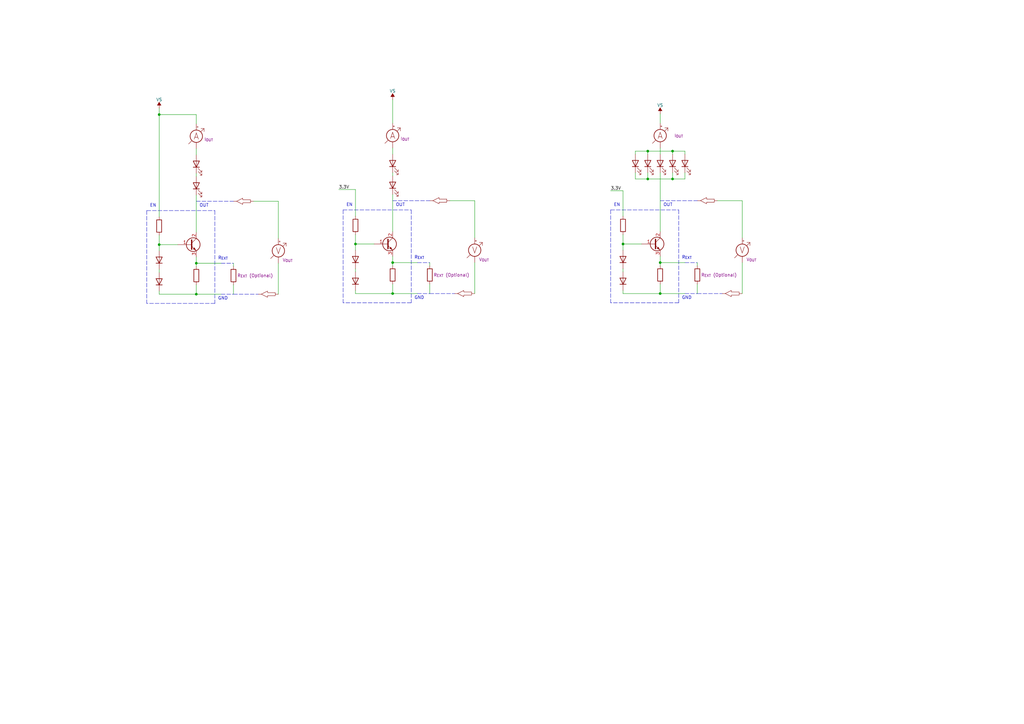
<source format=kicad_sch>
(kicad_sch (version 20211123) (generator eeschema)
  (paper "A3")
  (lib_symbols
    (symbol "Device:Ammeter_DC" (pin_numbers hide) (pin_names (offset 0.0254) hide)
      (property "Reference" "MES" (at -3.302 1.016 0))
      (property "Value" "Ammeter_DC" (at -3.302 -0.762 0))
      (symbol "Ammeter_DC_0_0"
        (polyline (pts (xy -3.175 -3.175) (xy -1.905 -1.905)))
        (polyline (pts (xy 1.905 1.905) (xy 3.175 3.175)))
        (polyline (pts (xy 1.905 3.175) (xy 3.175 3.175) (xy 3.175 1.905)))
        (text "A" (at 0 0 0) (effects (font (size 2.54 2.54))))
      )
      (symbol "Ammeter_DC_0_1"
        (polyline (pts (xy 0.254 3.81) (xy 0.762 3.81)))
        (polyline (pts (xy 0.508 4.064) (xy 0.508 3.556)))
        (circle (center 0 0) (radius 2.54) (stroke (width 0.254)))
      )
      (symbol "Ammeter_DC_1_1"
        (pin passive line (at 0 -5.08 90) (length 2.54) (name "-") (number "1"))
        (pin passive line (at 0 5.08 270) (length 2.54) (name "+") (number "2"))
      )
    )
    (symbol "Device:D" (pin_numbers hide) (pin_names (offset 1.016) hide)
      (property "Reference" "D" (at 0 2.54 0))
      (property "Value" "D" (at 0 -2.54 0))
      (symbol "D_0_1"
        (polyline (pts (xy -1.27 1.27) (xy -1.27 -1.27)) (stroke (width 0.254)))
        (polyline (pts (xy 1.27 0) (xy -1.27 0)))
        (polyline (pts (xy 1.27 1.27) (xy 1.27 -1.27) (xy -1.27 0) (xy 1.27 1.27)) (stroke (width 0.254)))
      )
      (symbol "D_1_1"
        (pin passive line (at -3.81 0 0) (length 2.54) (name "K") (number "1"))
        (pin passive line (at 3.81 0 180) (length 2.54) (name "A") (number "2"))
      )
    )
    (symbol "Device:LED" (pin_numbers hide) (pin_names (offset 1.016) hide)
      (property "Reference" "D" (at 0 2.54 0))
      (property "Value" "LED" (at 0 -2.54 0))
      (symbol "LED_0_1"
        (polyline (pts (xy -1.27 -1.27) (xy -1.27 1.27)) (stroke (width 0.254)))
        (polyline (pts (xy -1.27 0) (xy 1.27 0)))
        (polyline (pts (xy 1.27 -1.27) (xy 1.27 1.27) (xy -1.27 0) (xy 1.27 -1.27)) (stroke (width 0.254)))
        (polyline (pts (xy -3.048 -0.762) (xy -4.572 -2.286) (xy -3.81 -2.286) (xy -4.572 -2.286) (xy -4.572 -1.524)))
        (polyline (pts (xy -1.778 -0.762) (xy -3.302 -2.286) (xy -2.54 -2.286) (xy -3.302 -2.286) (xy -3.302 -1.524)))
      )
      (symbol "LED_1_1"
        (pin passive line (at -3.81 0 0) (length 2.54) (name "K") (number "1"))
        (pin passive line (at 3.81 0 180) (length 2.54) (name "A") (number "2"))
      )
    )
    (symbol "Device:Q_NPN_BCE" (pin_names (offset 0) hide)
      (property "Reference" "Q" (at 5.08 1.27 0))
      (property "Value" "Q_NPN_BCE" (at 5.08 -1.27 0))
      (symbol "Q_NPN_BCE_0_1"
        (polyline (pts (xy 0.635 0.635) (xy 2.54 2.54)))
        (polyline (pts (xy 0.635 -0.635) (xy 2.54 -2.54) (xy 2.54 -2.54)))
        (polyline (pts (xy 0.635 1.905) (xy 0.635 -1.905) (xy 0.635 -1.905)) (stroke (width 0.508)))
        (polyline (pts (xy 1.27 -1.778) (xy 1.778 -1.27) (xy 2.286 -2.286) (xy 1.27 -1.778) (xy 1.27 -1.778)) (fill (type outline)))
        (circle (center 1.27 0) (radius 2.8194) (stroke (width 0.254)))
      )
      (symbol "Q_NPN_BCE_1_1"
        (pin input line (at -5.08 0 0) (length 5.715) (name "B") (number "1"))
        (pin passive line (at 2.54 5.08 270) (length 2.54) (name "C") (number "2"))
        (pin passive line (at 2.54 -5.08 90) (length 2.54) (name "E") (number "3"))
      )
    )
    (symbol "Device:R" (pin_numbers hide) (pin_names (offset 0))
      (property "Reference" "R" (at 2.032 0 90))
      (property "Value" "R" (at 0 0 90))
      (symbol "R_0_1"
        (rectangle (start -1.016 -2.54) (end 1.016 2.54) (stroke (width 0.254)))
      )
      (symbol "R_1_1"
        (pin passive line (at 0 3.81 270) (length 1.27) (name "~") (number "1"))
        (pin passive line (at 0 -3.81 90) (length 1.27) (name "~") (number "2"))
      )
    )
    (symbol "Device:Voltmeter_DC" (pin_numbers hide) (pin_names (offset 0.0254) hide)
      (property "Reference" "MES" (at -3.302 1.016 0))
      (property "Value" "Voltmeter_DC" (at -3.302 -0.762 0))
      (symbol "Voltmeter_DC_0_0"
        (polyline (pts (xy -3.175 -3.175) (xy -1.905 -1.905)))
        (polyline (pts (xy 1.905 1.905) (xy 3.175 3.175)))
        (polyline (pts (xy 1.905 3.175) (xy 3.175 3.175) (xy 3.175 1.905)))
        (text "V" (at 0 0 0) (effects (font (size 2.54 2.54))))
      )
      (symbol "Voltmeter_DC_0_1"
        (polyline (pts (xy 0.254 3.81) (xy 0.762 3.81)))
        (polyline (pts (xy 0.508 4.064) (xy 0.508 3.556)))
        (circle (center 0 0) (radius 2.54) (stroke (width 0.254)))
      )
      (symbol "Voltmeter_DC_1_1"
        (pin passive line (at 0 -5.08 90) (length 2.54) (name "-") (number "1"))
        (pin passive line (at 0 5.08 270) (length 2.54) (name "+") (number "2"))
      )
    )
    (symbol "DisplayAdapter_DOGM128:Lead"
      (symbol "Lead_0_1"
        (polyline (pts (xy 1.27 0) (xy 3.81 1.27) (xy 3.81 0.635) (xy 6.985 0.635) (xy 6.985 -0.635) (xy 3.81 -0.635) (xy 3.81 -1.27) (xy 1.27 0)) (stroke (width 0.1524)))
      )
      (symbol "Lead_1_1"
        (pin input line (at 0 0 0) (length 1.27) (name "") (number ""))
        (pin input line (at 8.255 0 180) (length 1.27) (name "") (number ""))
      )
    )
    (symbol "Lead_1"
      (symbol "Lead_1_0_1"
        (polyline (pts (xy 1.27 0) (xy 3.81 1.27) (xy 3.81 0.635) (xy 6.985 0.635) (xy 6.985 -0.635) (xy 3.81 -0.635) (xy 3.81 -1.27) (xy 1.27 0)) (stroke (width 0.1524)))
      )
      (symbol "Lead_1_1_1"
        (pin input line (at 0 0 0) (length 1.27) (name "") (number ""))
        (pin input line (at 8.255 0 180) (length 1.27) (name "") (number ""))
      )
    )
    (symbol "power:VS" (power) (pin_names (offset 0))
      (property "Value" "VS" (at 0 3.81 0))
      (symbol "VS_0_1"
        (polyline (pts (xy 0 0) (xy 0 2.54)))
        (polyline (pts (xy 0.762 1.27) (xy -0.762 1.27) (xy 0 2.54) (xy 0.762 1.27)) (fill (type outline)))
      )
      (symbol "VS_1_1"
        (pin power_in line (at 0 0 90) (length 0) hide (name "VS") (number "1"))
      )
    )
  )
  (junction (at 65.278 46.99))
  (junction (at 161.036 107.696))
  (junction (at 265.684 73.406))
  (junction (at 275.844 61.976))
  (junction (at 145.796 100.076))
  (junction (at 255.524 100.076))
  (junction (at 275.844 73.406))
  (junction (at 80.518 107.95))
  (junction (at 270.764 120.396))
  (junction (at 161.036 120.396))
  (junction (at 80.518 120.65))
  (junction (at 270.764 107.696))
  (junction (at 265.684 61.976))
  (junction (at 65.278 100.33))
  (wire (pts (xy 260.604 63.246) (xy 260.604 61.976)))
  (wire (pts (xy 145.796 120.396) (xy 161.036 120.396)))
  (wire (pts (xy 270.764 107.696) (xy 280.924 107.696)))
  (polyline (pts (xy 60.198 86.36) (xy 60.198 124.46)))
  (wire (pts (xy 260.604 61.976) (xy 265.684 61.976)))
  (wire (pts (xy 280.924 61.976) (xy 280.924 63.246)))
  (wire (pts (xy 280.924 73.406) (xy 280.924 70.866)))
  (wire (pts (xy 104.013 82.55) (xy 114.173 82.55)))
  (wire (pts (xy 286.004 116.586) (xy 286.004 120.396)))
  (polyline (pts (xy 171.196 107.696) (xy 176.276 107.696)))
  (wire (pts (xy 65.278 110.49) (xy 65.278 111.76)))
  (polyline (pts (xy 60.198 86.36) (xy 88.138 86.36)))
  (wire (pts (xy 275.844 61.976) (xy 275.844 63.246)))
  (polyline (pts (xy 80.518 82.55) (xy 95.758 82.55)))
  (wire (pts (xy 80.518 46.99) (xy 80.518 50.8)))
  (polyline (pts (xy 286.004 120.396) (xy 296.164 120.396)))
  (wire (pts (xy 255.524 100.076) (xy 263.144 100.076)))
  (wire (pts (xy 80.518 60.96) (xy 80.518 63.5)))
  (wire (pts (xy 270.764 70.866) (xy 270.764 94.996)))
  (wire (pts (xy 270.764 105.156) (xy 270.764 107.696)))
  (wire (pts (xy 95.758 107.95) (xy 95.758 109.22)))
  (wire (pts (xy 161.036 60.706) (xy 161.036 63.246)))
  (wire (pts (xy 145.796 100.076) (xy 145.796 102.616)))
  (wire (pts (xy 145.796 77.724) (xy 145.796 88.646)))
  (wire (pts (xy 80.518 120.65) (xy 90.678 120.65)))
  (wire (pts (xy 138.938 77.724) (xy 145.796 77.724)))
  (wire (pts (xy 145.796 119.126) (xy 145.796 120.396)))
  (wire (pts (xy 294.259 82.296) (xy 304.419 82.296)))
  (wire (pts (xy 161.036 105.156) (xy 161.036 107.696)))
  (wire (pts (xy 184.531 82.296) (xy 194.691 82.296)))
  (polyline (pts (xy 161.036 82.296) (xy 176.276 82.296)))
  (polyline (pts (xy 90.678 107.95) (xy 95.758 107.95)))
  (wire (pts (xy 161.036 116.586) (xy 161.036 120.396)))
  (wire (pts (xy 260.604 73.406) (xy 265.684 73.406)))
  (wire (pts (xy 65.278 120.65) (xy 80.518 120.65)))
  (wire (pts (xy 80.518 105.41) (xy 80.518 107.95)))
  (wire (pts (xy 65.278 96.52) (xy 65.278 100.33)))
  (wire (pts (xy 145.796 110.236) (xy 145.796 111.506)))
  (wire (pts (xy 255.524 78.232) (xy 250.444 78.232)))
  (wire (pts (xy 65.278 46.99) (xy 65.278 88.9)))
  (wire (pts (xy 255.524 78.232) (xy 255.524 88.646)))
  (wire (pts (xy 95.758 116.84) (xy 95.758 120.65)))
  (wire (pts (xy 65.278 100.33) (xy 72.898 100.33)))
  (wire (pts (xy 80.518 107.95) (xy 90.678 107.95)))
  (wire (pts (xy 304.419 82.296) (xy 304.419 97.536)))
  (polyline (pts (xy 168.656 124.206) (xy 140.716 124.206)))
  (polyline (pts (xy 90.678 120.65) (xy 95.758 120.65)))
  (wire (pts (xy 161.036 107.696) (xy 161.036 108.966)))
  (wire (pts (xy 260.604 70.866) (xy 260.604 73.406)))
  (wire (pts (xy 145.796 96.266) (xy 145.796 100.076)))
  (wire (pts (xy 255.524 96.266) (xy 255.524 100.076)))
  (wire (pts (xy 194.691 82.296) (xy 194.691 97.536)))
  (wire (pts (xy 161.036 120.396) (xy 171.196 120.396)))
  (wire (pts (xy 255.524 110.236) (xy 255.524 111.506)))
  (polyline (pts (xy 140.716 86.106) (xy 168.656 86.106)))
  (wire (pts (xy 265.684 61.976) (xy 275.844 61.976)))
  (wire (pts (xy 286.004 107.696) (xy 286.004 108.966)))
  (wire (pts (xy 194.691 107.696) (xy 194.691 120.396)))
  (wire (pts (xy 275.844 73.406) (xy 280.924 73.406)))
  (polyline (pts (xy 280.924 120.396) (xy 286.004 120.396)))
  (wire (pts (xy 270.764 60.706) (xy 270.764 63.246)))
  (wire (pts (xy 161.036 40.894) (xy 161.036 50.546)))
  (wire (pts (xy 176.276 107.696) (xy 176.276 108.966)))
  (wire (pts (xy 65.278 119.38) (xy 65.278 120.65)))
  (wire (pts (xy 255.524 100.076) (xy 255.524 102.616)))
  (wire (pts (xy 176.276 116.586) (xy 176.276 120.396)))
  (polyline (pts (xy 88.138 124.46) (xy 60.198 124.46)))
  (polyline (pts (xy 250.444 86.106) (xy 250.444 124.206)))
  (wire (pts (xy 161.036 79.756) (xy 161.036 94.996)))
  (wire (pts (xy 270.764 116.586) (xy 270.764 120.396)))
  (polyline (pts (xy 95.758 120.65) (xy 105.918 120.65)))
  (polyline (pts (xy 88.138 86.36) (xy 88.138 124.46)))
  (wire (pts (xy 265.684 73.406) (xy 275.844 73.406)))
  (wire (pts (xy 161.036 107.696) (xy 171.196 107.696)))
  (wire (pts (xy 270.764 46.736) (xy 270.764 50.546)))
  (wire (pts (xy 270.764 120.396) (xy 280.924 120.396)))
  (wire (pts (xy 65.278 100.33) (xy 65.278 102.87)))
  (polyline (pts (xy 278.384 124.206) (xy 250.444 124.206)))
  (polyline (pts (xy 168.656 86.106) (xy 168.656 124.206)))
  (wire (pts (xy 265.684 70.866) (xy 265.684 73.406)))
  (wire (pts (xy 304.419 107.696) (xy 304.419 120.396)))
  (wire (pts (xy 265.684 61.976) (xy 265.684 63.246)))
  (wire (pts (xy 65.278 46.99) (xy 80.518 46.99)))
  (wire (pts (xy 161.036 70.866) (xy 161.036 72.136)))
  (polyline (pts (xy 278.384 86.106) (xy 278.384 124.206)))
  (wire (pts (xy 270.764 107.696) (xy 270.764 108.966)))
  (polyline (pts (xy 270.764 82.296) (xy 286.004 82.296)))
  (wire (pts (xy 275.844 70.866) (xy 275.844 73.406)))
  (polyline (pts (xy 176.276 120.396) (xy 186.436 120.396)))
  (wire (pts (xy 80.518 116.84) (xy 80.518 120.65)))
  (wire (pts (xy 255.524 120.396) (xy 270.764 120.396)))
  (wire (pts (xy 80.518 80.01) (xy 80.518 95.25)))
  (wire (pts (xy 114.173 107.95) (xy 114.173 120.65)))
  (polyline (pts (xy 140.716 86.106) (xy 140.716 124.206)))
  (wire (pts (xy 275.844 61.976) (xy 280.924 61.976)))
  (wire (pts (xy 114.173 82.55) (xy 114.173 97.79)))
  (wire (pts (xy 80.518 71.12) (xy 80.518 72.39)))
  (polyline (pts (xy 280.924 107.696) (xy 286.004 107.696)))
  (polyline (pts (xy 250.444 86.106) (xy 278.384 86.106)))
  (wire (pts (xy 65.278 44.45) (xy 65.278 46.99)))
  (wire (pts (xy 255.524 119.126) (xy 255.524 120.396)))
  (wire (pts (xy 145.796 100.076) (xy 153.416 100.076)))
  (polyline (pts (xy 171.196 120.396) (xy 176.276 120.396)))
  (wire (pts (xy 80.518 107.95) (xy 80.518 109.22)))
  (text "R_{EXT}" (at 169.926 106.426 0) (effects (font (size 1.27 1.27)) (justify left bottom)))
  (text "GND" (at 89.408 123.19 0) (effects (font (size 1.27 1.27)) (justify left bottom)))
  (text "EN" (at 251.714 84.836 0) (effects (font (size 1.27 1.27)) (justify left bottom)))
  (text "GND" (at 279.654 122.936 0) (effects (font (size 1.27 1.27)) (justify left bottom)))
  (text "OUT" (at 81.788 85.09 0) (effects (font (size 1.27 1.27)) (justify left bottom)))
  (text "EN" (at 61.468 85.09 0) (effects (font (size 1.27 1.27)) (justify left bottom)))
  (text "EN" (at 141.986 84.836 0) (effects (font (size 1.27 1.27)) (justify left bottom)))
  (text "R_{EXT}" (at 89.408 106.68 0) (effects (font (size 1.27 1.27)) (justify left bottom)))
  (text "R_{EXT}" (at 279.654 106.426 0) (effects (font (size 1.27 1.27)) (justify left bottom)))
  (text "OUT" (at 162.306 84.836 0) (effects (font (size 1.27 1.27)) (justify left bottom)))
  (text "GND" (at 169.926 122.936 0) (effects (font (size 1.27 1.27)) (justify left bottom)))
  (text "OUT" (at 272.034 84.836 0) (effects (font (size 1.27 1.27)) (justify left bottom)))
  (label "3.3V" (at 138.938 77.724 0))
  (label "3.3V" (at 250.444 78.232 0))
  (symbol (lib_id "Device:R") (at 145.796 92.456 0) (unit 1)
    (property "Reference" "R?" (effects hide))
    (property "Value" "R" (effects hide))
  )
  (symbol (lib_id "Device:Voltmeter_DC") (at 114.173 102.87 0) (unit 1)
    (property "Reference" "MES?" (effects hide))
    (property "Value" "Voltmeter_DC" (effects hide))
    (property "Comp_Name" "V_{OUT}" (at 117.983 106.68 0))
  )
  (symbol (lib_id "Device:LED") (at 265.684 67.056 90) (unit 1)
    (property "Reference" "D?" (effects hide))
    (property "Value" "LED" (effects hide))
  )
  (symbol (lib_id "power:VS") (at 270.764 46.736 0) (unit 1)
    (property "Reference" "#PWR?" (effects hide))
    (property "Value" "VS" (at 270.764 43.1602 0))
  )
  (symbol (lib_id "Device:LED") (at 161.036 67.056 90) (unit 1)
    (property "Reference" "D?" (effects hide))
    (property "Value" "LED" (effects hide))
  )
  (symbol (lib_id "Device:R") (at 270.764 112.776 0) (unit 1)
    (property "Reference" "R?" (effects hide))
    (property "Value" "R" (effects hide))
  )
  (symbol (lib_name "Lead_1") (lib_id "DisplayAdapter_DOGM128:Lead") (at 95.758 82.55 0) (unit 1)
    (property "Reference" "ML?" (effects hide))
    (property "Value" "Lead" (effects hide))
  )
  (symbol (lib_id "Device:D") (at 255.524 106.426 90) (unit 1)
    (property "Reference" "D?" (effects hide))
    (property "Value" "D" (effects hide))
  )
  (symbol (lib_id "Device:LED") (at 280.924 67.056 90) (unit 1)
    (property "Reference" "D?" (effects hide))
    (property "Value" "LED" (effects hide))
  )
  (symbol (lib_name "Lead_1") (lib_id "DisplayAdapter_DOGM128:Lead") (at 176.276 82.296 0) (unit 1)
    (property "Reference" "ML?" (effects hide))
    (property "Value" "Lead" (effects hide))
  )
  (symbol (lib_id "DisplayAdapter_DOGM128:Lead") (at 296.164 120.396 0) (unit 1)
    (property "Reference" "ML?" (effects hide))
    (property "Value" "Lead" (effects hide))
  )
  (symbol (lib_id "power:VS") (at 161.036 40.894 0) (unit 1)
    (property "Reference" "#PWR?" (effects hide))
    (property "Value" "VS" (at 161.036 37.3182 0))
  )
  (symbol (lib_id "Device:R") (at 176.276 112.776 0) (unit 1)
    (property "Reference" "R?" (effects hide))
    (property "Value" "R" (effects hide))
    (property "Comp_Name" "R_{EXT} (Optional)" (at 185.166 112.776 0))
  )
  (symbol (lib_id "Device:LED") (at 275.844 67.056 90) (unit 1)
    (property "Reference" "D?" (effects hide))
    (property "Value" "LED" (effects hide))
  )
  (symbol (lib_id "Device:Ammeter_DC") (at 80.518 55.88 0) (unit 1)
    (property "Reference" "MES?" (effects hide))
    (property "Value" "Ammeter_DC" (effects hide))
    (property "Comp_Name" "I_{OUT}" (at 85.598 57.15 0))
  )
  (symbol (lib_id "Device:R") (at 161.036 112.776 0) (unit 1)
    (property "Reference" "R?" (effects hide))
    (property "Value" "R" (effects hide))
  )
  (symbol (lib_id "Device:Ammeter_DC") (at 270.764 55.626 0) (unit 1)
    (property "Reference" "MES?" (effects hide))
    (property "Value" "Ammeter_DC" (effects hide))
    (property "Comp_Name" "I_{OUT}" (at 278.384 55.626 0))
  )
  (symbol (lib_id "Device:Q_NPN_BCE") (at 158.496 100.076 0) (unit 1)
    (property "Reference" "Q?" (effects hide))
    (property "Value" "Q_NPN_BCE" (effects hide))
  )
  (symbol (lib_id "Device:D") (at 65.278 115.57 90) (unit 1)
    (property "Reference" "D?" (effects hide))
    (property "Value" "D" (effects hide))
  )
  (symbol (lib_id "Device:D") (at 65.278 106.68 90) (unit 1)
    (property "Reference" "D?" (effects hide))
    (property "Value" "D" (effects hide))
  )
  (symbol (lib_id "Device:LED") (at 80.518 67.31 90) (unit 1)
    (property "Reference" "D?" (effects hide))
    (property "Value" "LED" (effects hide))
  )
  (symbol (lib_id "Device:Ammeter_DC") (at 161.036 55.626 0) (unit 1)
    (property "Reference" "MES?" (effects hide))
    (property "Value" "Ammeter_DC" (effects hide))
    (property "Comp_Name" "I_{OUT}" (at 166.116 56.896 0))
  )
  (symbol (lib_id "Device:D") (at 145.796 106.426 90) (unit 1)
    (property "Reference" "D?" (effects hide))
    (property "Value" "D" (effects hide))
  )
  (symbol (lib_id "Device:D") (at 255.524 115.316 90) (unit 1)
    (property "Reference" "D?" (effects hide))
    (property "Value" "D" (effects hide))
  )
  (symbol (lib_id "Device:LED") (at 80.518 76.2 90) (unit 1)
    (property "Reference" "D?" (effects hide))
    (property "Value" "LED" (effects hide))
  )
  (symbol (lib_id "Device:LED") (at 260.604 67.056 90) (unit 1)
    (property "Reference" "D?" (effects hide))
    (property "Value" "LED" (effects hide))
  )
  (symbol (lib_id "power:VS") (at 65.278 44.45 0) (unit 1)
    (property "Reference" "#PWR?" (effects hide))
    (property "Value" "VS" (at 65.278 40.8742 0))
  )
  (symbol (lib_id "DisplayAdapter_DOGM128:Lead") (at 186.436 120.396 0) (unit 1)
    (property "Reference" "ML?" (effects hide))
    (property "Value" "Lead" (effects hide))
  )
  (symbol (lib_id "Device:R") (at 286.004 112.776 0) (unit 1)
    (property "Reference" "R?" (effects hide))
    (property "Value" "R" (effects hide))
    (property "Comp_Name" "R_{EXT} (Optional)" (at 294.894 112.776 0))
  )
  (symbol (lib_id "Device:LED") (at 161.036 75.946 90) (unit 1)
    (property "Reference" "D?" (effects hide))
    (property "Value" "LED" (effects hide))
  )
  (symbol (lib_id "Device:R") (at 95.758 113.03 0) (unit 1)
    (property "Reference" "R?" (effects hide))
    (property "Value" "R" (effects hide))
    (property "Comp_Name" "R_{EXT} (Optional)" (at 104.648 113.03 0))
  )
  (symbol (lib_id "Device:LED") (at 270.764 67.056 90) (unit 1)
    (property "Reference" "D?" (effects hide))
    (property "Value" "LED" (effects hide))
  )
  (symbol (lib_name "Lead_1") (lib_id "DisplayAdapter_DOGM128:Lead") (at 286.004 82.296 0) (unit 1)
    (property "Reference" "ML?" (effects hide))
    (property "Value" "Lead" (effects hide))
  )
  (symbol (lib_id "DisplayAdapter_DOGM128:Lead") (at 105.918 120.65 0) (unit 1)
    (property "Reference" "ML?" (effects hide))
    (property "Value" "Lead" (effects hide))
  )
  (symbol (lib_id "Device:R") (at 65.278 92.71 0) (unit 1)
    (property "Reference" "R?" (effects hide))
    (property "Value" "R" (effects hide))
  )
  (symbol (lib_id "Device:Q_NPN_BCE") (at 77.978 100.33 0) (unit 1)
    (property "Reference" "Q?" (effects hide))
    (property "Value" "Q_NPN_BCE" (effects hide))
  )
  (symbol (lib_id "Device:R") (at 80.518 113.03 0) (unit 1)
    (property "Reference" "R?" (effects hide))
    (property "Value" "R" (effects hide))
  )
  (symbol (lib_id "Device:Voltmeter_DC") (at 304.419 102.616 0) (unit 1)
    (property "Reference" "MES?" (effects hide))
    (property "Value" "Voltmeter_DC" (effects hide))
    (property "Comp_Name" "V_{OUT}" (at 308.229 106.426 0))
  )
  (symbol (lib_id "Device:Voltmeter_DC") (at 194.691 102.616 0) (unit 1)
    (property "Reference" "MES?" (effects hide))
    (property "Value" "Voltmeter_DC" (effects hide))
    (property "Comp_Name" "V_{OUT}" (at 198.501 106.426 0))
  )
  (symbol (lib_id "Device:Q_NPN_BCE") (at 268.224 100.076 0) (unit 1)
    (property "Reference" "Q?" (effects hide))
    (property "Value" "Q_NPN_BCE" (effects hide))
  )
  (symbol (lib_id "Device:D") (at 145.796 115.316 90) (unit 1)
    (property "Reference" "D?" (effects hide))
    (property "Value" "D" (effects hide))
  )
  (symbol (lib_id "Device:R") (at 255.524 92.456 0) (unit 1)
    (property "Reference" "R?" (effects hide))
    (property "Value" "R" (effects hide))
  )
)
</source>
